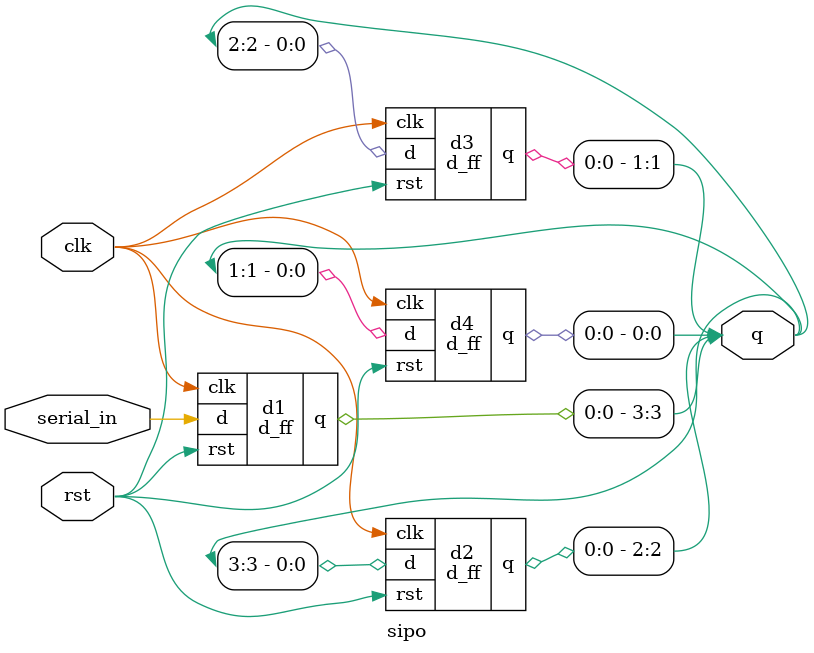
<source format=v>

module d_ff(input clk, rst,d,output reg q);

always @ (posedge clk or posedge rst)//asynchronous reset
   begin
	if(rst)
		q=0;//if rst=1 then q=0 is executed
	else
	       	q=d;
   end

endmodule



module sipo (input clk,rst,serial_in,output [3:0]q);


d_ff d1 (clk,rst,serial_in,q[3]);
d_ff d2 (clk,rst,q[3],q[2]);
d_ff d3 (clk,rst,q[2],q[1]);
d_ff d4 (clk,rst,q[1],q[0]);

endmodule


</source>
